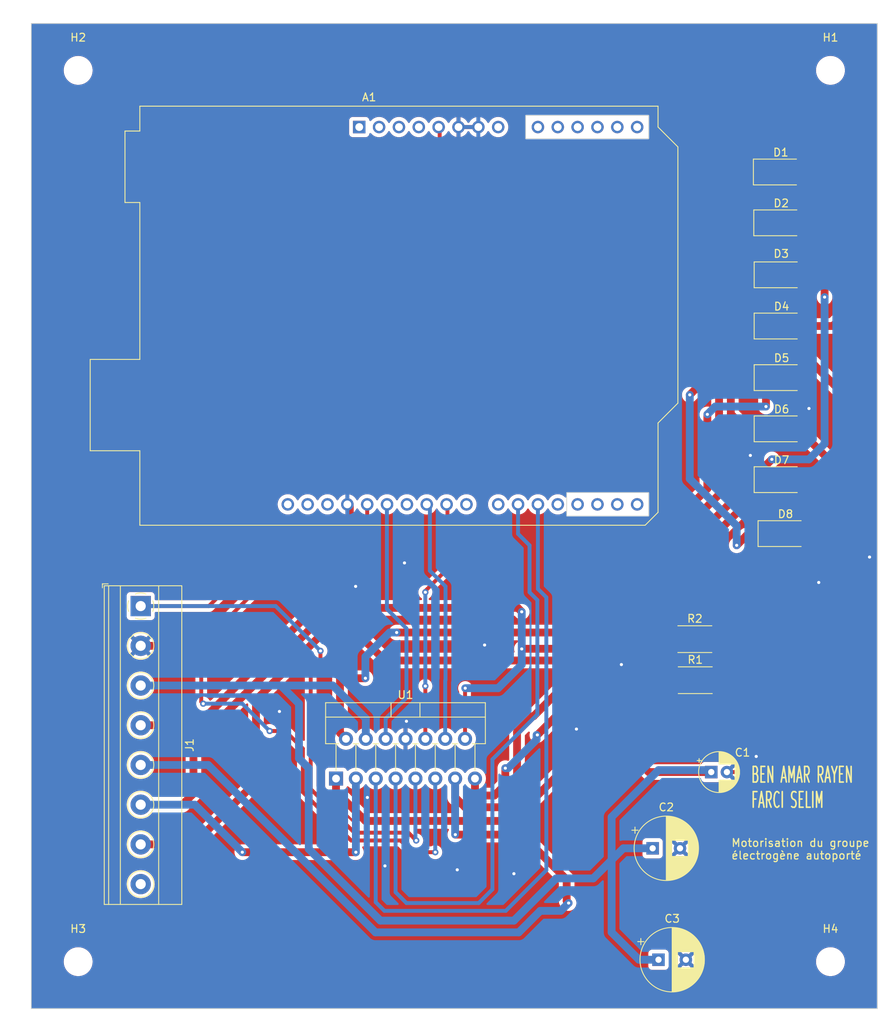
<source format=kicad_pcb>
(kicad_pcb (version 20221018) (generator pcbnew)
  (layers (0 "F.Cu" signal) (31 "B.Cu" signal) (34 "B.Paste" user) (35 "F.Paste" user) (36 "B.SilkS" user "B.Silkscreen") (37 "F.SilkS" user "F.Silkscreen") (38 "B.Mask" user) (39 "F.Mask" user) (44 "Edge.Cuts" user))
  (net 0 "")
  (net 5 "+5V")
  (net 6 "GND")
  (net 19 "PWM_1")
  (net 20 "PWM_2")
  (net 23 "PWM_3")
  (net 24 "PWM_4")
  (net 26 "Enable_A")
  (net 27 "Enable_B")
  (net 31 "+24V")
  (net 32 "OUT1")
  (net 33 "OUT2")
  (net 34 "OUT3")
  (net 35 "OUT4")
  (net 36 "SENSE_A")
  (net 37 "SENSE_B")
  (footprint "MountingHole:MountingHole_3.2mm_M3" (layer "F.Cu") (at 111 141)
    (fp_text reference "H3" (at 0 -4.2) (layer "F.SilkS"))
    (fp_text value "MountingHole")
    (pad "" np_thru_hole circle (at 0 0) (size 3.2 3.2) (drill 3.2) (layers "*.Cu" "*.Mask"))
  )
  (footprint "Capacitor_THT:CP_Radial_D8.0mm_P3.50mm" (layer "F.Cu") (at 184.5 126.5)
    (fp_text reference "C2" (at 1.75 -5.25) (layer "F.SilkS"))
    (fp_text value "470u")
    (pad "1" thru_hole rect (at 0 0) (size 1.6 1.6) (drill 0.8) (layers "*.Cu" "*.Mask") (net 31 "+24V"))
    (pad "2" thru_hole circle (at 3.5 0) (size 1.6 1.6) (drill 0.8) (layers "*.Cu" "*.Mask") (net 6 "GND"))
  )
  (footprint "MountingHole:MountingHole_3.2mm_M3" (layer "F.Cu") (at 207.25 27)
    (fp_text reference "H1" (at 0 -4.2) (layer "F.SilkS"))
    (fp_text value "MountingHole")
    (pad "" np_thru_hole circle (at 0 0) (size 3.2 3.2) (drill 3.2) (layers "*.Cu" "*.Mask"))
  )
  (footprint "Diode_SMD:D_SMA" (layer "F.Cu") (at 201 79.35)
    (fp_text reference "D7" (at 0 -2.5) (layer "F.SilkS"))
    (fp_text value "B120-E3")
    (pad "1" smd roundrect (at -2 0) (size 2.5 1.8) (layers "F.Cu" "F.Paste" "F.Mask") (roundrect_rratio 0.1388888889) (net 34 "OUT3"))
    (pad "2" smd roundrect (at 2 0) (size 2.5 1.8) (layers "F.Cu" "F.Paste" "F.Mask") (roundrect_rratio 0.1388888889) (net 37 "SENSE_B"))
  )
  (footprint "Diode_SMD:D_SMA" (layer "F.Cu") (at 201.5 86.25)
    (fp_text reference "D8" (at 0 -2.5) (layer "F.SilkS"))
    (fp_text value "B120-E3")
    (pad "1" smd roundrect (at -2 0) (size 2.5 1.8) (layers "F.Cu" "F.Paste" "F.Mask") (roundrect_rratio 0.1388888889) (net 35 "OUT4"))
    (pad "2" smd roundrect (at 2 0) (size 2.5 1.8) (layers "F.Cu" "F.Paste" "F.Mask") (roundrect_rratio 0.1388888889) (net 37 "SENSE_B"))
  )
  (footprint "Diode_SMD:D_SMA" (layer "F.Cu") (at 200.9 40)
    (fp_text reference "D1" (at 0 -2.5) (layer "F.SilkS"))
    (fp_text value "B120-E3")
    (pad "1" smd roundrect (at -2 0) (size 2.5 1.8) (layers "F.Cu" "F.Paste" "F.Mask") (roundrect_rratio 0.1388888889) (net 31 "+24V"))
    (pad "2" smd roundrect (at 2 0) (size 2.5 1.8) (layers "F.Cu" "F.Paste" "F.Mask") (roundrect_rratio 0.1388888889) (net 32 "OUT1"))
  )
  (footprint "Diode_SMD:D_SMA" (layer "F.Cu") (at 200.95 46.5)
    (fp_text reference "D2" (at 0 -2.5) (layer "F.SilkS"))
    (fp_text value "B120-E3")
    (pad "1" smd roundrect (at -2 0) (size 2.5 1.8) (layers "F.Cu" "F.Paste" "F.Mask") (roundrect_rratio 0.1388888889) (net 31 "+24V"))
    (pad "2" smd roundrect (at 2 0) (size 2.5 1.8) (layers "F.Cu" "F.Paste" "F.Mask") (roundrect_rratio 0.1388888889) (net 33 "OUT2"))
  )
  (footprint "Diode_SMD:D_SMA" (layer "F.Cu") (at 201 72.85)
    (fp_text reference "D6" (at 0 -2.5) (layer "F.SilkS"))
    (fp_text value "B120-E3")
    (pad "1" smd roundrect (at -2 0) (size 2.5 1.8) (layers "F.Cu" "F.Paste" "F.Mask") (roundrect_rratio 0.1388888889) (net 33 "OUT2"))
    (pad "2" smd roundrect (at 2 0) (size 2.5 1.8) (layers "F.Cu" "F.Paste" "F.Mask") (roundrect_rratio 0.1388888889) (net 36 "SENSE_A"))
  )
  (footprint "Resistor_SMD:R_2512_6332Metric_Pad1.40x3.35mm_HandSolder" (layer "F.Cu") (at 189.9 99.75)
    (fp_text reference "R2" (at 0 -2.62) (layer "F.SilkS"))
    (fp_text value "0.5")
    (pad "1" smd roundrect (at -3.05 0) (size 1.4 3.35) (layers "F.Cu" "F.Paste" "F.Mask") (roundrect_rratio 0.1785707143) (net 37 "SENSE_B"))
    (pad "2" smd roundrect (at 3.05 0) (size 1.4 3.35) (layers "F.Cu" "F.Paste" "F.Mask") (roundrect_rratio 0.1785707143) (net 6 "GND"))
  )
  (footprint "Diode_SMD:D_SMA" (layer "F.Cu") (at 201 66.3)
    (fp_text reference "D5" (at 0 -2.5) (layer "F.SilkS"))
    (fp_text value "B120-E3")
    (pad "1" smd roundrect (at -2 0) (size 2.5 1.8) (layers "F.Cu" "F.Paste" "F.Mask") (roundrect_rratio 0.1388888889) (net 32 "OUT1"))
    (pad "2" smd roundrect (at 2 0) (size 2.5 1.8) (layers "F.Cu" "F.Paste" "F.Mask") (roundrect_rratio 0.1388888889) (net 36 "SENSE_A"))
  )
  (footprint "TerminalBlock_Phoenix:TerminalBlock_Phoenix_MKDS-1,5-8-5.08_1x08_P5.08mm_Horizontal" (layer "F.Cu") (at 119 95.52 -90)
    (fp_text reference "J1" (at 17.78 -6.26 90) (layer "F.SilkS"))
    (fp_text value "Screw_Terminal_01x08")
    (pad "1" thru_hole rect (at 0 0 270) (size 2.6 2.6) (drill 1.3) (layers "*.Cu" "*.Mask") (net 5 "+5V"))
    (pad "2" thru_hole circle (at 5.08 0 270) (size 2.6 2.6) (drill 1.3) (layers "*.Cu" "*.Mask") (net 6 "GND"))
    (pad "3" thru_hole circle (at 10.16 0 270) (size 2.6 2.6) (drill 1.3) (layers "*.Cu" "*.Mask") (net 31 "+24V"))
    (pad "4" thru_hole circle (at 15.24 0 270) (size 2.6 2.6) (drill 1.3) (layers "*.Cu" "*.Mask") (net 35 "OUT4"))
    (pad "5" thru_hole circle (at 20.32 0 270) (size 2.6 2.6) (drill 1.3) (layers "*.Cu" "*.Mask") (net 34 "OUT3"))
    (pad "6" thru_hole circle (at 25.4 0 270) (size 2.6 2.6) (drill 1.3) (layers "*.Cu" "*.Mask") (net 33 "OUT2"))
    (pad "7" thru_hole circle (at 30.48 0 270) (size 2.6 2.6) (drill 1.3) (layers "*.Cu" "*.Mask") (net 32 "OUT1"))
    (pad "8" thru_hole circle (at 35.56 0 270) (size 2.6 2.6) (drill 1.3) (layers "*.Cu" "*.Mask"))
  )
  (footprint "Diode_SMD:D_SMA" (layer "F.Cu") (at 201 59.7)
    (fp_text reference "D4" (at 0 -2.5) (layer "F.SilkS"))
    (fp_text value "B120-E3")
    (pad "1" smd roundrect (at -2 0) (size 2.5 1.8) (layers "F.Cu" "F.Paste" "F.Mask") (roundrect_rratio 0.1388888889) (net 31 "+24V"))
    (pad "2" smd roundrect (at 2 0) (size 2.5 1.8) (layers "F.Cu" "F.Paste" "F.Mask") (roundrect_rratio 0.1388888889) (net 35 "OUT4"))
  )
  (footprint "Resistor_SMD:R_2512_6332Metric_Pad1.40x3.35mm_HandSolder" (layer "F.Cu") (at 189.95 105)
    (fp_text reference "R1" (at 0 -2.62) (layer "F.SilkS"))
    (fp_text value "0.5")
    (pad "1" smd roundrect (at -3.05 0) (size 1.4 3.35) (layers "F.Cu" "F.Paste" "F.Mask") (roundrect_rratio 0.1785707143) (net 36 "SENSE_A"))
    (pad "2" smd roundrect (at 3.05 0) (size 1.4 3.35) (layers "F.Cu" "F.Paste" "F.Mask") (roundrect_rratio 0.1785707143) (net 6 "GND"))
  )
  (footprint "MountingHole:MountingHole_3.2mm_M3" (layer "F.Cu") (at 207.25 141)
    (fp_text reference "H4" (at 0 -4.2) (layer "F.SilkS"))
    (fp_text value "MountingHole")
    (pad "" np_thru_hole circle (at 0 0) (size 3.2 3.2) (drill 3.2) (layers "*.Cu" "*.Mask"))
  )
  (footprint "Diode_SMD:D_SMA" (layer "F.Cu") (at 201 53.15)
    (fp_text reference "D3" (at -0.05 -2.7) (layer "F.SilkS"))
    (fp_text value "B120-E3")
    (pad "1" smd roundrect (at -2 0) (size 2.5 1.8) (layers "F.Cu" "F.Paste" "F.Mask") (roundrect_rratio 0.1388888889) (net 31 "+24V"))
    (pad "2" smd roundrect (at 2 0) (size 2.5 1.8) (layers "F.Cu" "F.Paste" "F.Mask") (roundrect_rratio 0.1388888889) (net 34 "OUT3"))
  )
  (footprint "Module:Arduino_UNO_R3" (layer "F.Cu") (at 146.96 34.25)
    (fp_text reference "A1" (at 1.27 -3.81 180) (layer "F.SilkS"))
    (fp_text value "Arduino_UNO_R3")
    (pad "1" thru_hole rect (at 0 0 90) (size 1.6 1.6) (drill 1) (layers "*.Cu" "*.Mask"))
    (pad "2" thru_hole oval (at 2.54 0 90) (size 1.6 1.6) (drill 1) (layers "*.Cu" "*.Mask"))
    (pad "3" thru_hole oval (at 5.08 0 90) (size 1.6 1.6) (drill 1) (layers "*.Cu" "*.Mask"))
    (pad "4" thru_hole oval (at 7.62 0 90) (size 1.6 1.6) (drill 1) (layers "*.Cu" "*.Mask"))
    (pad "5" thru_hole oval (at 10.16 0 90) (size 1.6 1.6) (drill 1) (layers "*.Cu" "*.Mask") (net 5 "+5V"))
    (pad "6" thru_hole oval (at 12.7 0 90) (size 1.6 1.6) (drill 1) (layers "*.Cu" "*.Mask") (net 6 "GND"))
    (pad "7" thru_hole oval (at 15.24 0 90) (size 1.6 1.6) (drill 1) (layers "*.Cu" "*.Mask") (net 6 "GND"))
    (pad "8" thru_hole oval (at 17.78 0 90) (size 1.6 1.6) (drill 1) (layers "*.Cu" "*.Mask"))
    (pad "9" thru_hole oval (at 22.86 0 90) (size 1.6 1.6) (drill 1) (layers "*.Cu" "*.Mask"))
    (pad "10" thru_hole oval (at 25.4 0 90) (size 1.6 1.6) (drill 1) (layers "*.Cu" "*.Mask"))
    (pad "11" thru_hole oval (at 27.94 0 90) (size 1.6 1.6) (drill 1) (layers "*.Cu" "*.Mask"))
    (pad "12" thru_hole oval (at 30.48 0 90) (size 1.6 1.6) (drill 1) (layers "*.Cu" "*.Mask"))
    (pad "13" thru_hole oval (at 33.02 0 90) (size 1.6 1.6) (drill 1) (layers "*.Cu" "*.Mask"))
    (pad "14" thru_hole oval (at 35.56 0 90) (size 1.6 1.6) (drill 1) (layers "*.Cu" "*.Mask"))
    (pad "15" thru_hole oval (at 35.56 48.26 90) (size 1.6 1.6) (drill 1) (layers "*.Cu" "*.Mask"))
    (pad "16" thru_hole oval (at 33.02 48.26 90) (size 1.6 1.6) (drill 1) (layers "*.Cu" "*.Mask"))
    (pad "17" thru_hole oval (at 30.48 48.26 90) (size 1.6 1.6) (drill 1) (layers "*.Cu" "*.Mask"))
    (pad "18" thru_hole oval (at 27.94 48.26 90) (size 1.6 1.6) (drill 1) (layers "*.Cu" "*.Mask"))
    (pad "19" thru_hole oval (at 25.4 48.26 90) (size 1.6 1.6) (drill 1) (layers "*.Cu" "*.Mask"))
    (pad "20" thru_hole oval (at 22.86 48.26 90) (size 1.6 1.6) (drill 1) (layers "*.Cu" "*.Mask") (net 19 "PWM_1"))
    (pad "21" thru_hole oval (at 20.32 48.26 90) (size 1.6 1.6) (drill 1) (layers "*.Cu" "*.Mask") (net 20 "PWM_2"))
    (pad "22" thru_hole oval (at 17.78 48.26 90) (size 1.6 1.6) (drill 1) (layers "*.Cu" "*.Mask"))
    (pad "23" thru_hole oval (at 13.72 48.26 90) (size 1.6 1.6) (drill 1) (layers "*.Cu" "*.Mask"))
    (pad "24" thru_hole oval (at 11.18 48.26 90) (size 1.6 1.6) (drill 1) (layers "*.Cu" "*.Mask") (net 23 "PWM_3"))
    (pad "25" thru_hole oval (at 8.64 48.26 90) (size 1.6 1.6) (drill 1) (layers "*.Cu" "*.Mask") (net 24 "PWM_4"))
    (pad "26" thru_hole oval (at 6.1 48.26 90) (size 1.6 1.6) (drill 1) (layers "*.Cu" "*.Mask"))
    (pad "27" thru_hole oval (at 3.56 48.26 90) (size 1.6 1.6) (drill 1) (layers "*.Cu" "*.Mask") (net 26 "Enable_A"))
    (pad "28" thru_hole oval (at 1.02 48.26 90) (size 1.6 1.6) (drill 1) (layers "*.Cu" "*.Mask") (net 27 "Enable_B"))
    (pad "29" thru_hole oval (at -1.52 48.26 90) (size 1.6 1.6) (drill 1) (layers "*.Cu" "*.Mask") (net 6 "GND"))
    (pad "30" thru_hole oval (at -4.06 48.26 90) (size 1.6 1.6) (drill 1) (layers "*.Cu" "*.Mask"))
    (pad "31" thru_hole oval (at -6.6 48.26 90) (size 1.6 1.6) (drill 1) (layers "*.Cu" "*.Mask"))
    (pad "32" thru_hole oval (at -9.14 48.26 90) (size 1.6 1.6) (drill 1) (layers "*.Cu" "*.Mask"))
  )
  (footprint "MountingHole:MountingHole_3.2mm_M3" (layer "F.Cu") (at 111 27)
    (fp_text reference "H2" (at 0 -4.2) (layer "F.SilkS"))
    (fp_text value "MountingHole")
    (pad "" np_thru_hole circle (at 0 0) (size 3.2 3.2) (drill 3.2) (layers "*.Cu" "*.Mask"))
  )
  (footprint "Package_TO_SOT_THT:TO-220-15_P2.54x2.54mm_StaggerOdd_Lead4.58mm_Vertical" (layer "F.Cu") (at 143.99 117.58)
    (fp_text reference "U1" (at 8.89 -10.7) (layer "F.SilkS"))
    (fp_text value "L298N")
    (pad "1" thru_hole rect (at 0 0) (size 1.8 1.8) (drill 1) (layers "*.Cu" "*.Mask") (net 36 "SENSE_A"))
    (pad "2" thru_hole oval (at 1.27 -5.08) (size 1.8 1.8) (drill 1) (layers "*.Cu" "*.Mask") (net 32 "OUT1"))
    (pad "3" thru_hole oval (at 2.54 0) (size 1.8 1.8) (drill 1) (layers "*.Cu" "*.Mask") (net 33 "OUT2"))
    (pad "4" thru_hole oval (at 3.81 -5.08) (size 1.8 1.8) (drill 1) (layers "*.Cu" "*.Mask") (net 31 "+24V"))
    (pad "5" thru_hole oval (at 5.08 0) (size 1.8 1.8) (drill 1) (layers "*.Cu" "*.Mask") (net 19 "PWM_1"))
    (pad "6" thru_hole oval (at 6.35 -5.08) (size 1.8 1.8) (drill 1) (layers "*.Cu" "*.Mask") (net 26 "Enable_A"))
    (pad "7" thru_hole oval (at 7.62 0) (size 1.8 1.8) (drill 1) (layers "*.Cu" "*.Mask") (net 20 "PWM_2"))
    (pad "8" thru_hole oval (at 8.89 -5.08) (size 1.8 1.8) (drill 1) (layers "*.Cu" "*.Mask") (net 6 "GND"))
    (pad "9" thru_hole oval (at 10.16 0) (size 1.8 1.8) (drill 1) (layers "*.Cu" "*.Mask") (net 5 "+5V"))
    (pad "10" thru_hole oval (at 11.43 -5.08) (size 1.8 1.8) (drill 1) (layers "*.Cu" "*.Mask") (net 23 "PWM_3"))
    (pad "11" thru_hole oval (at 12.7 0) (size 1.8 1.8) (drill 1) (layers "*.Cu" "*.Mask") (net 27 "Enable_B"))
    (pad "12" thru_hole oval (at 13.97 -5.08) (size 1.8 1.8) (drill 1) (layers "*.Cu" "*.Mask") (net 24 "PWM_4"))
    (pad "13" thru_hole oval (at 15.24 0) (size 1.8 1.8) (drill 1) (layers "*.Cu" "*.Mask") (net 34 "OUT3"))
    (pad "14" thru_hole oval (at 16.51 -5.08) (size 1.8 1.8) (drill 1) (layers "*.Cu" "*.Mask") (net 35 "OUT4"))
    (pad "15" thru_hole oval (at 17.78 0) (size 1.8 1.8) (drill 1) (layers "*.Cu" "*.Mask") (net 37 "SENSE_B"))
  )
  (footprint "Capacitor_THT:CP_Radial_D8.0mm_P3.50mm" (layer "F.Cu") (at 185.25 140.75)
    (fp_text reference "C3" (at 1.75 -5.25) (layer "F.SilkS"))
    (fp_text value "470u")
    (pad "1" thru_hole rect (at 0 0) (size 1.6 1.6) (drill 0.8) (layers "*.Cu" "*.Mask") (net 31 "+24V"))
    (pad "2" thru_hole circle (at 3.5 0) (size 1.6 1.6) (drill 0.8) (layers "*.Cu" "*.Mask") (net 6 "GND"))
  )
  (footprint "Capacitor_THT:CP_Radial_D5.0mm_P2.00mm" (layer "F.Cu") (at 192 116.75)
    (fp_text reference "C1" (at 4 -2.5) (layer "F.SilkS"))
    (fp_text value "100n")
    (pad "1" thru_hole rect (at 0 0) (size 1.6 1.6) (drill 0.8) (layers "*.Cu" "*.Mask") (net 31 "+24V"))
    (pad "2" thru_hole circle (at 2 0) (size 1.6 1.6) (drill 0.8) (layers "*.Cu" "*.Mask") (net 6 "GND"))
  )
  (gr_line (start 105 21) (end 213.25 21) (stroke (width 0.1)) (layer "Edge.Cuts"))
  (gr_poly (pts (xy 184 35.75) (xy 184 32.75) (xy 168.25 32.75) (xy 168.25 35.75)) (stroke (width 0.1)) (fill none) (layer "Edge.Cuts"))
  (gr_poly (pts (xy 173.5 81) (xy 184 81) (xy 184 84) (xy 173.5 84)) (stroke (width 0.1)) (fill none) (layer "Edge.Cuts"))
  (gr_line (start 213.25 147) (end 105 147) (stroke (width 0.1)) (layer "Edge.Cuts"))
  (gr_line (start 105 147) (end 105 21) (stroke (width 0.1)) (layer "Edge.Cuts"))
  (gr_line (start 213.25 21) (end 213.25 147) (stroke (width 0.1)) (layer "Edge.Cuts"))
  (gr_text "BEN AMAR RAYEN\nFARCI SELIM\n" (at 197 121.5) (layer "F.SilkS") (effects (font (size 2 1) (thickness 0.2) bold) (justify left bottom)))
  (gr_text "Motorisation du groupe \nélectrogène autoporté" (at 194.5 128) (layer "F.SilkS") (effects (font (size 1 1)) (justify left bottom)))
  (segment (start 140.75 103.75) (end 142 102.5) (width 0.5) (layer "F.Cu") (net 5))
  (segment (start 157.25 40.25) (end 134.5 63) (width 0.5) (layer "F.Cu") (net 5))
  (segment (start 157.12 34.25) (end 157.25 34.38) (width 0.5) (layer "F.Cu") (net 5))
  (segment (start 140.75 118.914214) (end 140.75 103.75) (width 0.5) (layer "F.Cu") (net 5))
  (segment (start 142 102.5) (end 142 101.25) (width 0.5) (layer "F.Cu") (net 5))
  (segment (start 154.25 125.5) (end 153.25 124.5) (width 0.5) (layer "F.Cu") (net 5))
  (segment (start 134.5 63) (end 134.5 88.75) (width 0.5) (layer "F.Cu") (net 5))
  (segment (start 146.335786 124.5) (end 140.75 118.914214) (width 0.5) (layer "F.Cu") (net 5))
  (segment (start 134.5 88.75) (end 127.73 95.52) (width 0.5) (layer "F.Cu") (net 5))
  (segment (start 153.25 124.5) (end 146.335786 124.5) (width 0.5) (layer "F.Cu") (net 5))
  (segment (start 157.25 34.38) (end 157.25 40.25) (width 0.5) (layer "F.Cu") (net 5))
  (segment (start 127.73 95.52) (end 119 95.52) (width 0.5) (layer "F.Cu") (net 5))
  (via (at 142 101.25) (size 0.8) (drill 0.4) (layers "F.Cu" "B.Cu") (net 5))
  (via (at 154.25 125.5) (size 0.8) (drill 0.4) (layers "F.Cu" "B.Cu") (net 5))
  (segment (start 142 101.25) (end 136.27 95.52) (width 0.5) (layer "B.Cu") (net 5))
  (segment (start 136.27 95.52) (end 119 95.52) (width 0.5) (layer "B.Cu") (net 5))
  (segment (start 154.15 125.4) (end 154.15 117.58) (width 0.5) (layer "B.Cu") (net 5))
  (segment (start 154.25 125.5) (end 154.15 125.4) (width 0.5) (layer "B.Cu") (net 5))
  (segment (start 143 89.25) (end 145.75 86.5) (width 1) (layer "F.Cu") (net 6))
  (segment (start 152.88 112.5) (end 152.88 110.37) (width 0.5) (layer "F.Cu") (net 6))
  (segment (start 195.75 116.75) (end 197.75 114.75) (width 0.5) (layer "F.Cu") (net 6))
  (segment (start 194 116.75) (end 195.75 116.75) (width 0.5) (layer "F.Cu") (net 6))
  (segment (start 136 89.25) (end 143 89.25) (width 1) (layer "F.Cu") (net 6))
  (segment (start 193 105) (end 193 107.05) (width 0.5) (layer "F.Cu") (net 6))
  (segment (start 119 100.6) (end 124.65 100.6) (width 1) (layer "F.Cu") (net 6))
  (segment (start 152.88 110.37) (end 153 110.25) (width 0.5) (layer "F.Cu") (net 6))
  (segment (start 145.75 82.82) (end 145.44 82.51) (width 1) (layer "F.Cu") (net 6))
  (segment (start 124.65 100.6) (end 136 89.25) (width 1) (layer "F.Cu") (net 6))
  (segment (start 145.75 86.5) (end 145.75 82.82) (width 1) (layer "F.Cu") (net 6))
  (via (at 205.75 92.5) (size 0.6) (drill 0.4) (layers "F.Cu" "B.Cu") (net 6))
  (via (at 180.5 103) (size 0.6) (drill 0.4) (layers "F.Cu" "B.Cu") (net 6))
  (via (at 174.75 111.25) (size 0.6) (drill 0.4) (layers "F.Cu" "B.Cu") (net 6))
  (via (at 204.5 70.25) (size 0.8) (drill 0.4) (layers "F.Cu" "B.Cu") (net 6))
  (via (at 152.75 90) (size 0.6) (drill 0.4) (layers "F.Cu" "B.Cu") (net 6))
  (via (at 197 76.25) (size 0.8) (drill 0.4) (layers "F.Cu" "B.Cu") (net 6))
  (via (at 148 120) (size 0.6) (drill 0.4) (layers "F.Cu" "B.Cu") (net 6))
  (via (at 146.5 93) (size 0.6) (drill 0.4) (layers "F.Cu" "B.Cu") (net 6))
  (via (at 163 100.5) (size 0.8) (drill 0.4) (layers "F.Cu" "B.Cu") (net 6))
  (via (at 136.75 109) (size 0.6) (drill 0.4) (layers "F.Cu" "B.Cu") (net 6))
  (via (at 150.25 128.75) (size 0.6) (drill 0.4) (layers "F.Cu" "B.Cu") (net 6))
  (via (at 159.5 129.25) (size 0.6) (drill 0.4) (layers "F.Cu" "B.Cu") (net 6))
  (via (at 197.75 114.75) (size 0.6) (drill 0.4) (layers "F.Cu" "B.Cu") (net 6))
  (via (at 166.75 129.75) (size 0.8) (drill 0.4) (layers "F.Cu" "B.Cu") (net 6))
  (via (at 212.25 89.25) (size 0.6) (drill 0.4) (layers "F.Cu" "B.Cu") (net 6))
  (via (at 153 110.25) (size 0.6) (drill 0.4) (layers "F.Cu" "B.Cu") (net 6))
  (segment (start 150.18198 134.5) (end 165.70944 134.5) (width 0.5) (layer "B.Cu") (net 19))
  (segment (start 170.9 94.4) (end 169.82 93.32) (width 0.5) (layer "B.Cu") (net 19))
  (segment (start 170.9 129.30944) (end 170.9 94.4) (width 0.5) (layer "B.Cu") (net 19))
  (segment (start 165.70944 134.5) (end 170.9 129.30944) (width 0.5) (layer "B.Cu") (net 19))
  (segment (start 149.07 133.38802) (end 150.18198 134.5) (width 0.5) (layer "B.Cu") (net 19))
  (segment (start 149.07 117.58) (end 149.07 133.38802) (width 0.5) (layer "B.Cu") (net 19))
  (segment (start 169.82 93.32) (end 169.82 82.51) (width 0.5) (layer "B.Cu") (net 19))
  (segment (start 151.61 132.11) (end 153 133.5) (width 0.5) (layer "B.Cu") (net 20))
  (segment (start 169.75 94.75) (end 168.75 93.75) (width 0.5) (layer "B.Cu") (net 20))
  (segment (start 167 82.79) (end 167.28 82.51) (width 0.5) (layer "B.Cu") (net 20))
  (segment (start 162.25 133.5) (end 164 131.75) (width 0.5) (layer "B.Cu") (net 20))
  (segment (start 169.75 109.373654) (end 169.75 94.75) (width 0.5) (layer "B.Cu") (net 20))
  (segment (start 167.28 86.28) (end 167.28 82.51) (width 0.5) (layer "B.Cu") (net 20))
  (segment (start 168.75 87.75) (end 167.28 86.28) (width 0.5) (layer "B.Cu") (net 20))
  (segment (start 168.75 93.75) (end 168.75 87.75) (width 0.5) (layer "B.Cu") (net 20))
  (segment (start 153 133.5) (end 162.25 133.5) (width 0.5) (layer "B.Cu") (net 20))
  (segment (start 164 115.123654) (end 169.75 109.373654) (width 0.5) (layer "B.Cu") (net 20))
  (segment (start 164 131.75) (end 164 115.123654) (width 0.5) (layer "B.Cu") (net 20))
  (segment (start 151.61 117.58) (end 151.61 132.11) (width 0.5) (layer "B.Cu") (net 20))
  (segment (start 155.42 93.58) (end 158.25 90.75) (width 0.5) (layer "F.Cu") (net 23))
  (segment (start 158.25 90.75) (end 158.25 82.62) (width 0.5) (layer "F.Cu") (net 23))
  (segment (start 155.42 93.75) (end 155.42 93.58) (width 0.5) (layer "F.Cu") (net 23))
  (segment (start 158.25 82.62) (end 158.14 82.51) (width 0.5) (layer "F.Cu") (net 23))
  (segment (start 155.42 105.75) (end 155.42 112.5) (width 0.5) (layer "F.Cu") (net 23))
  (via (at 155.42 105.75) (size 0.8) (drill 0.4) (layers "F.Cu" "B.Cu") (net 23))
  (via (at 155.42 93.75) (size 0.8) (drill 0.4) (layers "F.Cu" "B.Cu") (net 23))
  (segment (start 155.42 93.75) (end 155.42 105.75) (width 0.5) (layer "B.Cu") (net 23))
  (segment (start 157.96 109) (end 157.96 112.5) (width 0.5) (layer "B.Cu") (net 24))
  (segment (start 156 82.91) (end 156 91) (width 0.5) (layer "B.Cu") (net 24))
  (segment (start 158 93) (end 158 105) (width 0.5) (layer "B.Cu") (net 24))
  (segment (start 157.96 105.04) (end 157.96 109) (width 0.5) (layer "B.Cu") (net 24))
  (segment (start 156 91) (end 158 93) (width 0.5) (layer "B.Cu") (net 24))
  (segment (start 155.6 82.51) (end 156 82.91) (width 0.5) (layer "B.Cu") (net 24))
  (segment (start 150.5 82.53) (end 150.52 82.51) (width 0.5) (layer "B.Cu") (net 26))
  (segment (start 153 107.25) (end 153 98.382233) (width 0.5) (layer "B.Cu") (net 26))
  (segment (start 150.34 109.91) (end 153 107.25) (width 0.5) (layer "B.Cu") (net 26))
  (segment (start 150.34 112.5) (end 150.34 109.91) (width 0.5) (layer "B.Cu") (net 26))
  (segment (start 150.5 95.882233) (end 150.5 82.53) (width 0.5) (layer "B.Cu") (net 26))
  (segment (start 153 98.382233) (end 150.5 95.882233) (width 0.5) (layer "B.Cu") (net 26))
  (segment (start 137.5 111.5) (end 135.5 111.5) (width 0.5) (layer "F.Cu") (net 27))
  (segment (start 152.25 125.5) (end 145.921572 125.5) (width 0.5) (layer "F.Cu") (net 27))
  (segment (start 136.75 90.5) (end 145.767766 90.5) (width 0.5) (layer "F.Cu") (net 27))
  (segment (start 145.767766 90.5) (end 147.98 88.287766) (width 0.5) (layer "F.Cu") (net 27))
  (segment (start 126.75 107.75) (end 126.75 100.5) (width 0.5) (layer "F.Cu") (net 27))
  (segment (start 127 108) (end 126.75 107.75) (width 0.5) (layer "F.Cu") (net 27))
  (segment (start 139.75 113.75) (end 137.5 111.5) (width 0.5) (layer "F.Cu") (net 27))
  (segment (start 126.75 100.5) (end 136.75 90.5) (width 0.5) (layer "F.Cu") (net 27))
  (segment (start 145.921572 125.5) (end 139.75 119.328428) (width 0.5) (layer "F.Cu") (net 27))
  (segment (start 153.75 127) (end 152.25 125.5) (width 0.5) (layer "F.Cu") (net 27))
  (segment (start 147.98 88.287766) (end 147.98 82.51) (width 0.5) (layer "F.Cu") (net 27))
  (segment (start 156.69 127) (end 153.75 127) (width 0.5) (layer "F.Cu") (net 27))
  (segment (start 139.75 119.328428) (end 139.75 113.75) (width 0.5) (layer "F.Cu") (net 27))
  (via (at 135.5 111.5) (size 0.8) (drill 0.4) (layers "F.Cu" "B.Cu") (net 27))
  (via (at 127 108) (size 0.8) (drill 0.4) (layers "F.Cu" "B.Cu") (net 27))
  (via (at 156.69 127) (size 0.8) (drill 0.4) (layers "F.Cu" "B.Cu") (net 27))
  (segment (start 132 108) (end 127 108) (width 0.5) (layer "B.Cu") (net 27))
  (segment (start 135.5 111.5) (end 132 108) (width 0.5) (layer "B.Cu") (net 27))
  (segment (start 156.69 127) (end 156.69 117.58) (width 0.5) (layer "B.Cu") (net 27))
  (segment (start 203.5 63) (end 199.75 63) (width 1) (layer "F.Cu") (net 31))
  (segment (start 198.9 46.45) (end 198.95 46.5) (width 1) (layer "F.Cu") (net 31))
  (segment (start 194.62132 110.75) (end 210.25 95.12132) (width 1) (layer "F.Cu") (net 31))
  (segment (start 210.25 69.75) (end 203.5 63) (width 1) (layer "F.Cu") (net 31))
  (segment (start 198.9 40) (end 198.9 46.45) (width 1) (layer "F.Cu") (net 31))
  (segment (start 199 62.25) (end 199 59.7) (width 1) (layer "F.Cu") (net 31))
  (segment (start 184 116.75) (end 182.75 115.5) (width 1) (layer "F.Cu") (net 31))
  (segment (start 191.75 116.5) (end 192 116.75) (width 1) (layer "F.Cu") (net 31))
  (segment (start 199 53.15) (end 199 59.7) (width 1) (layer "F.Cu") (net 31))
  (segment (start 182.75 112.25) (end 184.25 110.75) (width 1) (layer "F.Cu") (net 31))
  (segment (start 192 116.75) (end 184 116.75) (width 1) (layer "F.Cu") (net 31))
  (segment (start 210.25 95.12132) (end 210.25 69.75) (width 1) (layer "F.Cu") (net 31))
  (segment (start 182.75 115.5) (end 182.75 112.25) (width 1) (layer "F.Cu") (net 31))
  (segment (start 184.25 110.75) (end 194.62132 110.75) (width 1) (layer "F.Cu") (net 31))
  (segment (start 199.75 63) (end 199 62.25) (width 1) (layer "F.Cu") (net 31))
  (segment (start 198.95 53.1) (end 199 53.15) (width 1) (layer "F.Cu") (net 31))
  (segment (start 198.95 46.5) (end 198.95 53.1) (width 1) (layer "F.Cu") (net 31))
  (segment (start 172.15 130.35) (end 176.9 130.35) (width 1) (layer "B.Cu") (net 31))
  (segment (start 140.5 126.585786) (end 149.664214 135.75) (width 1) (layer "B.Cu") (net 31))
  (segment (start 149.664214 135.75) (end 165.873654 135.75) (width 1) (layer "B.Cu") (net 31))
  (segment (start 166.75 135.75) (end 172.15 130.35) (width 1) (layer "B.Cu") (net 31))
  (segment (start 182.75 140.75) (end 185.25 140.75) (width 1) (layer "B.Cu") (net 31))
  (segment (start 136.93 105.68) (end 139.25 108) (width 1) (layer "B.Cu") (net 31))
  (segment (start 180.75 126.5) (end 184.5 126.5) (width 1) (layer "B.Cu") (net 31))
  (segment (start 176.9 130.35) (end 179.25 128) (width 1) (layer "B.Cu") (net 31))
  (segment (start 179.25 122.5) (end 179.25 137.25) (width 1) (layer "B.Cu") (net 31))
  (segment (start 139.25 115) (end 140.5 116.25) (width 1) (layer "B.Cu") (net 31))
  (segment (start 179.25 137.25) (end 182.75 140.75) (width 1) (layer "B.Cu") (net 31))
  (segment (start 147.8 109.9) (end 147.8 112.5) (width 1) (layer "B.Cu") (net 31))
  (segment (start 140.5 116.25) (end 140.5 126.585786) (width 1) (layer "B.Cu") (net 31))
  (segment (start 143.58 105.68) (end 147.8 109.9) (width 1) (layer "B.Cu") (net 31))
  (segment (start 179.25 128) (end 180.75 126.5) (width 1) (layer "B.Cu") (net 31))
  (segment (start 165.873654 135.75) (end 166.75 135.75) (width 1) (layer "B.Cu") (net 31))
  (segment (start 140.25 105.68) (end 143.58 105.68) (width 1) (layer "B.Cu") (net 31))
  (segment (start 139.25 108) (end 139.25 115) (width 1) (layer "B.Cu") (net 31))
  (segment (start 185.25 116.5) (end 179.25 122.5) (width 1) (layer "B.Cu") (net 31))
  (segment (start 136.93 105.68) (end 140.25 105.68) (width 1) (layer "B.Cu") (net 31))
  (segment (start 119 105.68) (end 136.93 105.68) (width 1) (layer "B.Cu") (net 31))
  (segment (start 191.25 116.5) (end 185.25 116.5) (width 1) (layer "B.Cu") (net 31))
  (segment (start 133.75 107.520101) (end 142.520101 98.75) (width 1) (layer "F.Cu") (net 32))
  (segment (start 119 126) (end 125.75 126) (width 1) (layer "F.Cu") (net 32))
  (segment (start 144.5 99.75) (end 144.5 111.74) (width 1) (layer "F.Cu") (net 32))
  (segment (start 144.5 111.74) (end 145.26 112.5) (width 1) (layer "F.Cu") (net 32))
  (segment (start 196 39) (end 196 65) (width 1) (layer "F.Cu") (net 32))
  (segment (start 197.3 66.3) (end 199 66.3) (width 1) (layer "F.Cu") (net 32))
  (segment (start 133.75 118) (end 133.75 107.520101) (width 1) (layer "F.Cu") (net 32))
  (segment (start 197.37132 36) (end 196 37.37132) (width 1) (layer "F.Cu") (net 32))
  (segment (start 144.5 104.75) (end 147.75 104.75) (width 1) (layer "F.Cu") (net 32))
  (segment (start 191.5 71) (end 191.5 80.5) (width 1) (layer "F.Cu") (net 32))
  (segment (start 142.520101 98.75) (end 143.5 98.75) (width 1) (layer "F.Cu") (net 32))
  (segment (start 191.5 80.5) (end 173.1 98.9) (width 1) (layer "F.Cu") (net 32))
  (segment (start 206.75 39.25) (end 206.75 37) (width 1) (layer "F.Cu") (net 32))
  (segment (start 205.75 36) (end 197.37132 36) (width 1) (layer "F.Cu") (net 32))
  (segment (start 125.75 126) (end 133.75 118) (width 1) (layer "F.Cu") (net 32))
  (segment (start 143.5 98.75) (end 144.5 99.75) (width 1) (layer "F.Cu") (net 32))
  (segment (start 196 37.37132) (end 196 39) (width 1) (layer "F.Cu") (net 32))
  (segment (start 199 66.3) (end 199 70) (width 1) (layer "F.Cu") (net 32))
  (segment (start 196 65) (end 197.3 66.3) (width 1) (layer "F.Cu") (net 32))
  (segment (start 202.9 40) (end 206 40) (width 1) (layer "F.Cu") (net 32))
  (segment (start 206 40) (end 206.75 39.25) (width 1) (layer "F.Cu") (net 32))
  (segment (start 206.75 37) (end 205.75 36) (width 1) (layer "F.Cu") (net 32))
  (segment (start 173.1 98.9) (end 151.75 98.9) (width 1) (layer "F.Cu") (net 32))
  (via (at 151.75 98.9) (size 0.8) (drill 0.4) (layers "F.Cu" "B.Cu") (net 32))
  (via (at 191.5 71) (size 0.8) (drill 0.4) (layers "F.Cu" "B.Cu") (net 32))
  (via (at 147.75 104.75) (size 0.8) (drill 0.4) (layers "F.Cu" "B.Cu") (net 32))
  (via (at 199 70) (size 0.8) (drill 0.4) (layers "F.Cu" "B.Cu") (net 32))
  (segment (start 192.5 70) (end 191.5 71) (width 1) (layer "B.Cu") (net 32))
  (segment (start 199 70) (end 192.5 70) (width 1) (layer "B.Cu") (net 32))
  (segment (start 151.75 98.9) (end 150.85 98.9) (width 1) (layer "B.Cu") (net 32))
  (segment (start 150.85 98.9) (end 147.75 102) (width 1) (layer "B.Cu") (net 32))
  (segment (start 147.75 104.75) (end 147.75 102) (width 1) (layer "B.Cu") (net 32))
  (segment (start 199 72.85) (end 196.4 72.85) (width 1) (layer "F.Cu") (net 33))
  (segment (start 195 71.45) (end 195 81.75) (width 1) (layer "F.Cu") (net 33))
  (segment (start 196.4 72.85) (end 195 71.45) (width 1) (layer "F.Cu") (net 33))
  (segment (start 141.87132 97.25) (end 125.75 113.37132) (width 1) (layer "F.Cu") (net 33))
  (segment (start 206.5 34.5) (end 196.75 34.5) (width 1) (layer "F.Cu") (net 33))
  (segment (start 146.53 127) (end 132 127) (width 1) (layer "F.Cu") (net 33))
  (segment (start 125.75 113.37132) (end 125.75 119.5) (width 1) (layer "F.Cu") (net 33))
  (segment (start 144.97868 97.25) (end 141.87132 97.25) (width 1) (layer "F.Cu") (net 33))
  (segment (start 208.5 43.5) (end 208.5 36.5) (width 1) (layer "F.Cu") (net 33))
  (segment (start 148.12868 100.4) (end 144.97868 97.25) (width 1) (layer "F.Cu") (net 33))
  (segment (start 125.75 119.5) (end 124.33 120.92) (width 1) (layer "F.Cu") (net 33))
  (segment (start 148.15 100.4) (end 148.12868 100.4) (width 1) (layer "F.Cu") (net 33))
  (segment (start 194.5 36.75) (end 194.5 70.95) (width 1) (layer "F.Cu") (net 33))
  (segment (start 132 127) (end 132.25 127) (width 0.5) (layer "F.Cu") (net 33))
  (segment (start 194.5 70.95) (end 195 71.45) (width 1) (layer "F.Cu") (net 33))
  (segment (start 124.33 120.92) (end 119 120.92) (width 1) (layer "F.Cu") (net 33))
  (segment (start 205.5 46.5) (end 208.5 43.5) (width 1) (layer "F.Cu") (net 33))
  (segment (start 174.27046 102.47954) (end 150.22954 102.47954) (width 1) (layer "F.Cu") (net 33))
  (segment (start 202.95 46.5) (end 205.5 46.5) (width 1) (layer "F.Cu") (net 33))
  (segment (start 196.75 34.5) (end 194.5 36.75) (width 1) (layer "F.Cu") (net 33))
  (segment (start 208.5 36.5) (end 206.5 34.5) (width 1) (layer "F.Cu") (net 33))
  (segment (start 195 81.75) (end 174.27046 102.47954) (width 1) (layer "F.Cu") (net 33))
  (segment (start 150.22954 102.47954) (end 148.15 100.4) (width 1) (layer "F.Cu") (net 33))
  (via (at 132 127) (size 0.8) (drill 0.4) (layers "F.Cu" "B.Cu") (net 33))
  (via (at 146.53 127) (size 0.8) (drill 0.4) (layers "F.Cu" "B.Cu") (net 33))
  (segment (start 125.92 120.92) (end 119 120.92) (width 1) (layer "B.Cu") (net 33))
  (segment (start 146.53 127) (end 146.5 127.03) (width 1) (layer "B.Cu") (net 33))
  (segment (start 146.53 127) (end 146.53 117.58) (width 1) (layer "B.Cu") (net 33))
  (segment (start 132 127) (end 125.92 120.92) (width 1) (layer "B.Cu") (net 33))
  (segment (start 159.23 119.98) (end 160.5 121.25) (width 1) (layer "F.Cu") (net 34))
  (segment (start 165 121.25) (end 167.15 119.1) (width 1) (layer "F.Cu") (net 34))
  (segment (start 199 79.87132) (end 199 79.35) (width 1) (layer "F.Cu") (net 34))
  (segment (start 169.27132 109.6) (end 199 79.87132) (width 1) (layer "F.Cu") (net 34))
  (segment (start 199 79.35) (end 199 77.5) (width 1) (layer "F.Cu") (net 34))
  (segment (start 159.23 117.58) (end 159.23 119.98) (width 1) (layer "F.Cu") (net 34))
  (segment (start 167.15 119.1) (end 167.15 111.620101) (width 1) (layer "F.Cu") (net 34))
  (segment (start 160.5 121.25) (end 165 121.25) (width 1) (layer "F.Cu") (net 34))
  (segment (start 206.5 54.3) (end 205.35 53.15) (width 1) (layer "F.Cu") (net 34))
  (segment (start 173.5 130.5) (end 167.75 124.75) (width 1) (layer "F.Cu") (net 34))
  (segment (start 169.170101 109.6) (end 169.27132 109.6) (width 1) (layer "F.Cu") (net 34))
  (segment (start 173.75 133.5) (end 173.5 133.25) (width 1) (layer "F.Cu") (net 34))
  (segment (start 205.35 53.15) (end 203 53.15) (width 1) (layer "F.Cu") (net 34))
  (segment (start 173.5 133.25) (end 173.5 130.5) (width 1) (layer "F.Cu") (net 34))
  (segment (start 167.15 111.620101) (end 169.170101 109.6) (width 1) (layer "F.Cu") (net 34))
  (segment (start 206.5 56) (end 206.5 54.3) (width 1) (layer "F.Cu") (net 34))
  (segment (start 167.75 124.75) (end 159.25 124.75) (width 1) (layer "F.Cu") (net 34))
  (segment (start 199 77.5) (end 199.75 76.75) (width 1) (layer "F.Cu") (net 34))
  (via (at 159.25 124.75) (size 0.6) (drill 0.4) (layers "F.Cu" "B.Cu") (net 34))
  (via (at 199.75 76.75) (size 0.8) (drill 0.4) (layers "F.Cu" "B.Cu") (net 34))
  (via (at 206.5 56) (size 0.8) (drill 0.4) (layers "F.Cu" "B.Cu") (net 34))
  (via (at 173.75 133.5) (size 0.8) (drill 0.4) (layers "F.Cu" "B.Cu") (net 34))
  (segment (start 172.75 134.5) (end 170.12132 134.5) (width 1) (layer "B.Cu") (net 34))
  (segment (start 170.12132 134.5) (end 167.37132 137.25) (width 1) (layer "B.Cu") (net 34))
  (segment (start 127.632894 115.84) (end 119 115.84) (width 1) (layer "B.Cu") (net 34))
  (segment (start 173.75 133.5) (end 172.75 134.5) (width 1) (layer "B.Cu") (net 34))
  (segment (start 204.5 76.75) (end 206.5 74.75) (width 1) (layer "B.Cu") (net 34))
  (segment (start 159.23 124.73) (end 159.25 124.75) (width 0.5) (layer "B.Cu") (net 34))
  (segment (start 159.23 117.58) (end 159.23 124.73) (width 1) (layer "B.Cu") (net 34))
  (segment (start 206.5 74.75) (end 206.5 56) (width 1) (layer "B.Cu") (net 34))
  (segment (start 149.042894 137.25) (end 127.632894 115.84) (width 1) (layer "B.Cu") (net 34))
  (segment (start 199.75 76.75) (end 204.5 76.75) (width 1) (layer "B.Cu") (net 34))
  (segment (start 167.37132 137.25) (end 149.042894 137.25) (width 1) (layer "B.Cu") (net 34))
  (segment (start 126.24 110.76) (end 119 110.76) (width 1) (layer "F.Cu") (net 35))
  (segment (start 195.25 87.75) (end 196.5 86.5) (width 1) (layer "F.Cu") (net 35))
  (segment (start 196 33) (end 207.25 33) (width 1) (layer "F.Cu") (net 35))
  (segment (start 160.5 106.039854) (end 160.5 112.5) (width 0.5) (layer "F.Cu") (net 35))
  (segment (start 189.25 68.5) (end 193 64.75) (width 1) (layer "F.Cu") (net 35))
  (segment (start 193 64.75) (end 193 36) (width 1) (layer "F.Cu") (net 35))
  (segment (start 167.75 96.25) (end 167.25 95.75) (width 1) (layer "F.Cu") (net 35))
  (segment (start 167.25 95.75) (end 141.25 95.75) (width 1) (layer "F.Cu") (net 35))
  (segment (start 193 36) (end 196 33) (width 1) (layer "F.Cu") (net 35))
  (segment (start 173.27046 100.97954) (end 193 81.25) (width 1) (layer "F.Cu") (net 35))
  (segment (start 193 81.25) (end 193 64.75) (width 1) (layer "F.Cu") (net 35))
  (segment (start 207.55 59.7) (end 203 59.7) (width 1) (layer "F.Cu") (net 35))
  (segment (start 207.25 33) (end 210.25 36) (width 1) (layer "F.Cu") (net 35))
  (segment (start 141.25 95.75) (end 126.24 110.76) (width 1) (layer "F.Cu") (net 35))
  (segment (start 160.519927 106.019927) (end 160.5 106.039854) (width 0.5) (layer "F.Cu") (net 35))
  (segment (start 167.77046 100.97954) (end 173.27046 100.97954) (width 1) (layer "F.Cu") (net 35))
  (segment (start 196.5 86.5) (end 199.5 86.5) (width 1) (layer "F.Cu") (net 35))
  (segment (start 210.25 57) (end 207.55 59.7) (width 1) (layer "F.Cu") (net 35))
  (segment (start 210.25 36) (end 210.25 57) (width 1) (layer "F.Cu") (net 35))
  (via (at 195.25 87.75) (size 0.8) (drill 0.4) (layers "F.Cu" "B.Cu") (net 35))
  (via (at 160.519927 106.019927) (size 0.8) (drill 0.4) (layers "F.Cu" "B.Cu") (net 35))
  (via (at 167.75 101) (size 0.8) (drill 0.4) (layers "F.Cu" "B.Cu") (net 35))
  (via (at 167.75 96.25) (size 0.8) (drill 0.4) (layers "F.Cu" "B.Cu") (net 35))
  (via (at 189.25 68.5) (size 0.6) (drill 0.4) (layers "F.Cu" "B.Cu") (net 35))
  (segment (start 167.75 101.1005) (end 167.75 103) (width 1) (layer "B.Cu") (net 35))
  (segment (start 167.75 103) (end 164.730073 106.019927) (width 1) (layer "B.Cu") (net 35))
  (segment (start 164.730073 106.019927) (end 160.519927 106.019927) (width 1) (layer "B.Cu") (net 35))
  (segment (start 195.25 87.75) (end 195.25 85.25) (width 1) (layer "B.Cu") (net 35))
  (segment (start 167.75 101) (end 167.75 96.25) (width 1) (layer "B.Cu") (net 35))
  (segment (start 167.75 101.1005) (end 167.75 101) (width 0.5) (layer "B.Cu") (net 35))
  (segment (start 195.25 85.25) (end 189.25 79.25) (width 1) (layer "B.Cu") (net 35))
  (segment (start 189.25 79.25) (end 189.25 68.5) (width 1) (layer "B.Cu") (net 35))
  (segment (start 189.25 68.5) (end 189.25 68.75) (width 0.5) (layer "B.Cu") (net 35))
  (segment (start 160.519927 106.019927) (end 160.519927 105.980073) (width 0.5) (layer "B.Cu") (net 35))
  (segment (start 203 72.85) (end 203.1 72.85) (width 0.5) (layer "F.Cu") (net 36))
  (segment (start 181.875 107.625) (end 166.5 123) (width 1) (layer "F.Cu") (net 36))
  (segment (start 203 66.3) (end 203 72.85) (width 1) (layer "F.Cu") (net 36))
  (segment (start 186.9 105) (end 184.5 105) (width 1) (layer "F.Cu") (net 36))
  (segment (start 186.9 105) (end 186.9 106.014214) (width 0.5) (layer "F.Cu") (net 36))
  (segment (start 203.1 72.85) (end 208.25 78) (width 1) (layer "F.Cu") (net 36))
  (segment (start 208.25 78) (end 208.25 95) (width 1) (layer "F.Cu") (net 36))
  (segment (start 183.5 109.25) (end 181.875 107.625) (width 1) (layer "F.Cu") (net 36))
  (segment (start 166.5 123) (end 147.75 123) (width 1) (layer "F.Cu") (net 36))
  (segment (start 143.99 119.24) (end 143.99 117.58) (width 1) (layer "F.Cu") (net 36))
  (segment (start 147.75 123) (end 143.99 119.24) (width 1) (layer "F.Cu") (net 36))
  (segment (start 184.5 105) (end 181.875 107.625) (width 1) (layer "F.Cu") (net 36))
  (segment (start 194 109.25) (end 183.5 109.25) (width 1) (layer "F.Cu") (net 36))
  (segment (start 208.25 95) (end 194 109.25) (width 1) (layer "F.Cu") (net 36))
  (segment (start 184 96.99264) (end 190.99264 90) (width 1) (layer "F.Cu") (net 37))
  (segment (start 184.5 99.75) (end 184 99.25) (width 1) (layer "F.Cu") (net 37))
  (segment (start 203.5 89) (end 203.5 86.25) (width 1) (layer "F.Cu") (net 37))
  (segment (start 169.75 112) (end 173 108.75) (width 1) (layer "F.Cu") (net 37))
  (segment (start 161.77 119.27) (end 161.77 117.58) (width 1) (layer "F.Cu") (net 37))
  (segment (start 184 99.25) (end 184 96.99264) (width 1) (layer "F.Cu") (net 37))
  (segment (start 165.65 116.2505) (end 165.65 118.35) (width 1) (layer "F.Cu") (net 37))
  (segment (start 190.99264 90) (end 202.5 90) (width 1) (layer "F.Cu") (net 37))
  (segment (start 186.85 99.75) (end 184.5 99.75) (width 1) (layer "F.Cu") (net 37))
  (segment (start 177.85 108.75) (end 186.85 99.75) (width 1) (layer "F.Cu") (net 37))
  (segment (start 202.5 90) (end 203.5 89) (width 1) (layer "F.Cu") (net 37))
  (segment (start 164.25 119.75) (end 162.25 119.75) (width 1) (layer "F.Cu") (net 37))
  (segment (start 203.5 86.25) (end 203.5 79.85) (width 1) (layer "F.Cu") (net 37))
  (segment (start 203.5 79.85) (end 203 79.35) (width 1) (layer "F.Cu") (net 37))
  (segment (start 165.65 118.35) (end 164.25 119.75) (width 1) (layer "F.Cu") (net 37))
  (segment (start 162.25 119.75) (end 161.77 119.27) (width 1) (layer "F.Cu") (net 37))
  (segment (start 203.5 86.3) (end 203.55 86.25) (width 0.5) (layer "F.Cu") (net 37))
  (segment (start 173 108.75) (end 177.85 108.75) (width 1) (layer "F.Cu") (net 37))
  (via (at 165.65 116.2505) (size 0.8) (drill 0.4) (layers "F.Cu" "B.Cu") (net 37))
  (via (at 169.75 112) (size 0.8) (drill 0.4) (layers "F.Cu" "B.Cu") (net 37))
  (segment (start 165.65 116.2505) (end 165.9995 116.2505) (width 1) (layer "B.Cu") (net 37))
  (segment (start 169.65 112.6) (end 169.65 112) (width 1) (layer "B.Cu") (net 37))
  (segment (start 165.9995 116.2505) (end 169.65 112.6) (width 1) (layer "B.Cu") (net 37))
  (zone (net 6) (net_name "GND") (layers "F&B.Cu") (connect_pads (clearance 0.5)) (min_thickness 0.25) (fill yes (thermal_gap 0.5) (thermal_bridge_width 0.5))
    (polygon (pts (xy 101 18) (xy 215 18) (xy 215 149) (xy 101 149)))
  )
)
</source>
